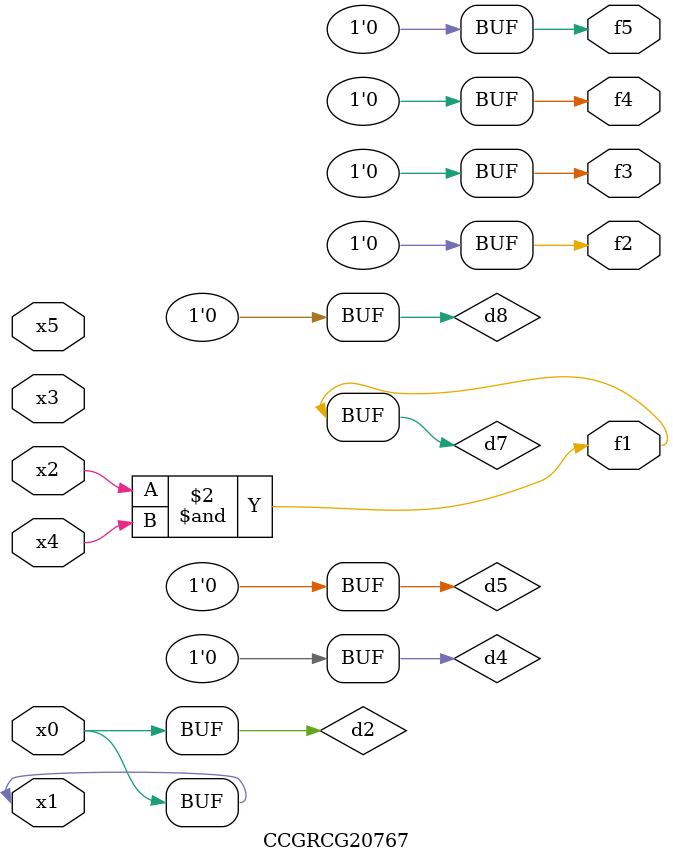
<source format=v>
module CCGRCG20767(
	input x0, x1, x2, x3, x4, x5,
	output f1, f2, f3, f4, f5
);

	wire d1, d2, d3, d4, d5, d6, d7, d8, d9;

	nand (d1, x1);
	buf (d2, x0, x1);
	nand (d3, x2, x4);
	and (d4, d1, d2);
	and (d5, d1, d2);
	nand (d6, d1, d3);
	not (d7, d3);
	xor (d8, d5);
	nor (d9, d5, d6);
	assign f1 = d7;
	assign f2 = d8;
	assign f3 = d8;
	assign f4 = d8;
	assign f5 = d8;
endmodule

</source>
